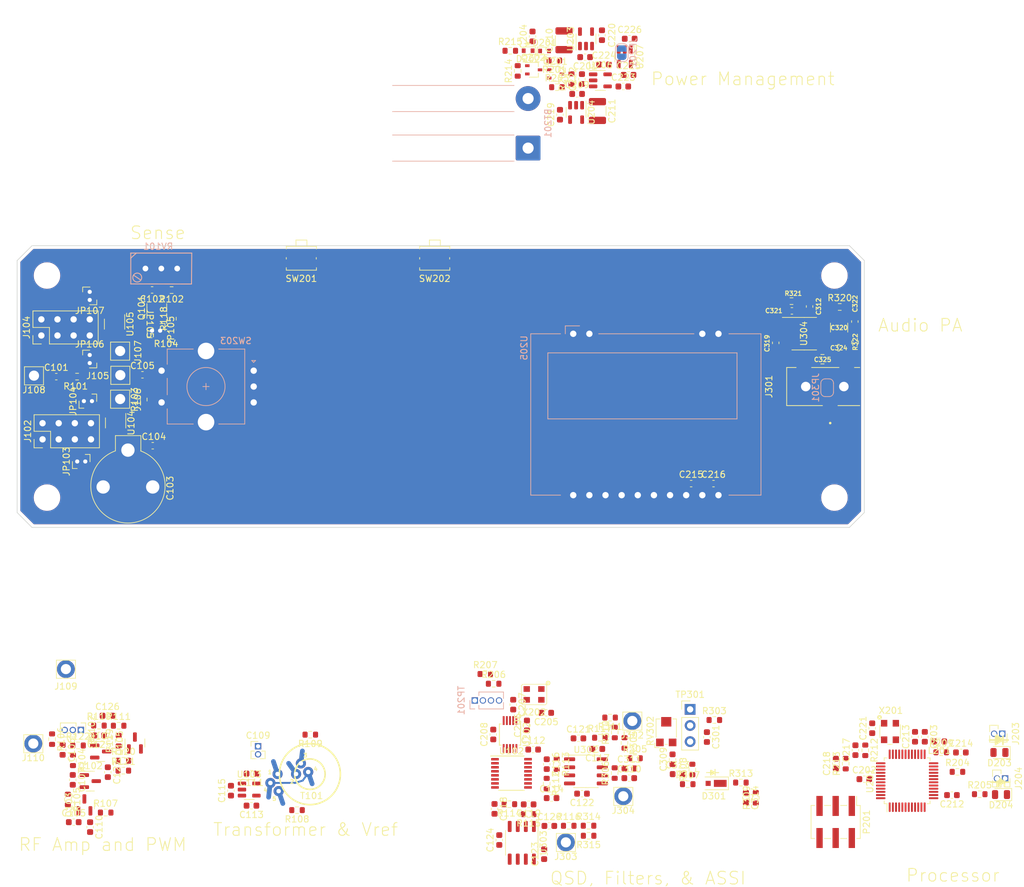
<source format=kicad_pcb>
(kicad_pcb (version 20211014) (generator pcbnew)
  (layers (0 "F.Cu" signal) (1 "In1.Cu" signal) (2 "In2.Cu" signal) (31 "B.Cu" signal) (34 "B.Paste" user) (35 "F.Paste" user) (36 "B.SilkS" user "B.Silkscreen") (37 "F.SilkS" user "F.Silkscreen") (38 "B.Mask" user) (39 "F.Mask" user) (44 "Edge.Cuts" user))
  (net 0 "")
  (net 1 "GND")
  (net 2 "+BATT")
  (net 3 "Net-(AE101-Pad1)")
  (net 4 "Net-(C101-Pad2)")
  (net 5 "Net-(C102-Pad1)")
  (net 6 "Net-(C103-Pad1)")
  (net 7 "Net-(C103-Pad2)")
  (net 8 "Net-(AE102-Pad19)")
  (net 9 "Net-(C105-Pad2)")
  (net 10 "Net-(C106-Pad1)")
  (net 11 "Net-(C107-Pad1)")
  (net 12 "+5V")
  (net 13 "Net-(C109-Pad2)")
  (net 14 "Net-(C110-Pad1)")
  (net 15 "Vref")
  (net 16 "Net-(C114-Pad1)")
  (net 17 "Net-(C116-Pad1)")
  (net 18 "Net-(C116-Pad2)")
  (net 19 "Net-(C118-Pad1)")
  (net 20 "Net-(C119-Pad1)")
  (net 21 "Net-(C119-Pad2)")
  (net 22 "Net-(C120-Pad2)")
  (net 23 "Net-(C121-Pad2)")
  (net 24 "Net-(C125-Pad2)")
  (net 25 "Net-(C126-Pad2)")
  (net 26 "+VSW")
  (net 27 "+3V3")
  (net 28 "Net-(C203-Pad2)")
  (net 29 "Headphone")
  (net 30 "Net-(C207-Pad1)")
  (net 31 "Net-(C207-Pad2)")
  (net 32 "Processor Audio")
  (net 33 "Net-(C216-Pad2)")
  (net 34 "/Processor/PF3")
  (net 35 "/Processor/PF4")
  (net 36 "Net-(C219-Pad1)")
  (net 37 "Net-(C220-Pad1)")
  (net 38 "Net-(C223-Pad1)")
  (net 39 "Net-(C224-Pad2)")
  (net 40 "Net-(C225-Pad1)")
  (net 41 "Net-(C225-Pad2)")
  (net 42 "+10V")
  (net 43 "Net-(C301-Pad2)")
  (net 44 "/Processor/PB1")
  (net 45 "Net-(C309-Pad1)")
  (net 46 "Net-(C310-Pad1)")
  (net 47 "Net-(C310-Pad2)")
  (net 48 "Net-(C312-Pad2)")
  (net 49 "Net-(C313-Pad2)")
  (net 50 "ASSI_NEAR")
  (net 51 "Net-(C319-Pad1)")
  (net 52 "Net-(C320-Pad1)")
  (net 53 "Net-(C321-Pad1)")
  (net 54 "Net-(C321-Pad2)")
  (net 55 "Net-(C324-Pad1)")
  (net 56 "Net-(C324-Pad2)")
  (net 57 "ASSI_FAR")
  (net 58 "Net-(D201-Pad2)")
  (net 59 "Headphone Detect")
  (net 60 "Net-(D203-Pad2)")
  (net 61 "Net-(D204-Pad2)")
  (net 62 "/Processor/TXD1")
  (net 63 "/Processor/RXD1")
  (net 64 "Net-(D301-Pad1)")
  (net 65 "Net-(J102-Pad2)")
  (net 66 "Net-(J102-Pad3)")
  (net 67 "Net-(J102-Pad5)")
  (net 68 "Net-(J102-Pad6)")
  (net 69 "Net-(J102-Pad7)")
  (net 70 "Net-(J102-Pad8)")
  (net 71 "Net-(J104-Pad7)")
  (net 72 "Net-(J104-Pad8)")
  (net 73 "Net-(J109-Pad1)")
  (net 74 "Net-(J301-Pad1)")
  (net 75 "Q OUT")
  (net 76 "I OUT")
  (net 77 "QSD_CLK1")
  (net 78 "QSD_CLK0")
  (net 79 "Net-(JP104-Pad1)")
  (net 80 "Net-(JP105-Pad1)")
  (net 81 "Net-(JP106-Pad1)")
  (net 82 "Net-(Q101-Pad2)")
  (net 83 "Net-(Q102-Pad2)")
  (net 84 "Net-(Q105-Pad1)")
  (net 85 "Net-(Q105-Pad3)")
  (net 86 "Power_enable")
  (net 87 "Net-(R101-Pad2)")
  (net 88 "Net-(R108-Pad1)")
  (net 89 "Net-(R108-Pad2)")
  (net 90 "Net-(R109-Pad1)")
  (net 91 "Net-(R109-Pad2)")
  (net 92 "PWM")
  (net 93 "Vbat")
  (net 94 "/Processor/PC5")
  (net 95 "/Processor/PC4")
  (net 96 "SCL0")
  (net 97 "SDA0")
  (net 98 "/Processor/DAC0")
  (net 99 "/Processor/PF2")
  (net 100 "/Processor/PF5")
  (net 101 "Net-(R303-Pad1)")
  (net 102 "Audio Q")
  (net 103 "Audio I")
  (net 104 "/Processor/PA0")
  (net 105 "/Processor/PA1")
  (net 106 "Encoder_switch")
  (net 112 "Net-(JP105-Pad2)")
  (net 113 "Cardioid_Front")
  (net 114 "Cardioid_Back")
  (net 115 "/Processor/PB0")
  (net 116 "Display_Reset")
  (net 117 "/Processor/PB5")
  (net 118 "/Processor/PC6")
  (net 119 "/Processor/PC7")
  (net 120 "/Processor/ADC5")
  (net 121 "/Processor/ADC7")
  (net 122 "/Processor/TXD4")
  (net 123 "/Processor/RXD4")
  (net 124 "/Processor/PE2")
  (net 125 "Net-(U201-Pad34)")
  (net 127 "/Processor/PF6")
  (net 128 "Net-(P201-Pad1)")
  (net 129 "5V_Enable")
  (net 141 "Net-(U303-Pad6)")
  (net 142 "/Processor/SDA1")
  (net 143 "/Processor/SCL1")
  (footprint "Capacitor_SMD:C_0603_1608Metric" (layer "F.Cu") (at 180.43 154.855 90)
    (fp_text reference "C309")
    (fp_text value "100nF")
  )
  (footprint "MountingHole:MountingHole_3.2mm_M3" (layer "F.Cu") (at 81.964 113.665)
    (fp_text reference "REF**" hide)
    (fp_text value "MountingHole_3.175mm_0.125in" hide)
  )
  (footprint "Capacitor_SMD:C_0603_1608Metric" (layer "F.Cu") (at 153.16 167.565 90)
    (fp_text reference "C124")
    (fp_text value "100nF")
  )
  (footprint "Diode_SMD:D_SOD-523" (layer "F.Cu") (at 157.7 43.32 180)
    (fp_text reference "D202")
    (fp_text value "1N914WT")
  )
  (footprint "Resistor_SMD:R_0603_1608Metric" (layer "F.Cu") (at 183.55 156.465 90)
    (fp_text reference "R308")
    (fp_text value "10k")
  )
  (footprint "Capacitor_SMD:C_0603_1608Metric" (layer "F.Cu") (at 161.39 160.965)
    (fp_text reference "C114")
    (fp_text value "47nF")
  )
  (footprint "Capacitor_SMD:C_0603_1608Metric" (layer "F.Cu") (at 173.62 157.825)
    (fp_text reference "C310")
    (fp_text value "150nF")
  )
  (footprint "Resistor_SMD:R_0603_1608Metric" (layer "F.Cu") (at 156.06 46.5 90)
    (fp_text reference "R214")
    (fp_text value "10k")
  )
  (footprint "Resistor_SMD:R_0603_1608Metric" (layer "F.Cu") (at 91.2 163.245)
    (fp_text reference "R107")
    (fp_text value "470")
  )
  (footprint "Resistor_SMD:R_0603_1608Metric" (layer "F.Cu") (at 206.75 83.66)
    (fp_text reference "R320")
    (fp_text value "10")
  )
  (footprint "Capacitor_SMD:C_0603_1608Metric" (layer "F.Cu") (at 206.14 155.535 90)
    (fp_text reference "C218")
    (fp_text value "10nF")
  )
  (footprint "Resistor_SMD:R_0603_1608Metric" (layer "F.Cu") (at 182.82 158.775)
    (fp_text reference "R307")
    (fp_text value "330k")
  )
  (footprint "Resistor_SMD:R_0603_1608Metric" (layer "F.Cu") (at 123.41 150.98 180)
    (fp_text reference "R109")
    (fp_text value "10")
  )
  (footprint "Capacitor_SMD:C_0603_1608Metric" (layer "F.Cu") (at 183.36 111.46)
    (fp_text reference "C215")
    (fp_text value "1uF")
  )
  (footprint "Connector_Pin:Pin_D1.6mm_L8.5mm_W2.8mm_FlatFork" (layer "F.Cu") (at 93.505 94.39)
    (fp_text reference "J105")
    (fp_text value "36-5005-ND")
  )
  (footprint "Package_TO_SOT_SMD:SOT-23" (layer "F.Cu") (at 90.4175 153.635)
    (fp_text reference "Q104")
    (fp_text value "MMBT2222A")
  )
  (footprint "Connector_PinHeader_1.27mm:PinHeader_1x03_P1.27mm_Vertical" (layer "F.Cu") (at 87.3 150.245 -90)
    (fp_text reference "RV102")
    (fp_text value "np")
  )
  (footprint "Capacitor_SMD:C_0603_1608Metric" (layer "F.Cu") (at 218.6 151.315 90)
    (fp_text reference "C213")
    (fp_text value "10uF")
  )
  (footprint "Capacitor_SMD:C_1210_3225Metric" (layer "F.Cu") (at 168.61 52.815 -90)
    (fp_text reference "C211")
    (fp_text value "47uF")
  )
  (footprint "Resistor_SMD:R_0603_1608Metric" (layer "F.Cu") (at 171.34 150.645 90)
    (fp_text reference "R310")
    (fp_text value "49.9k")
  )
  (footprint "Capacitor_SMD:C_0603_1608Metric" (layer "F.Cu") (at 202 83.58 -90)
    (fp_text reference "C312")
    (fp_text value "10uF")
  )
  (footprint "Capacitor_SMD:C_0603_1608Metric" (layer "F.Cu") (at 181.22 157.195)
    (fp_text reference "C313")
    (fp_text value "100nF")
  )
  (footprint "Resistor_SMD:R_0603_1608Metric" (layer "F.Cu") (at 167.22 166.895 180)
    (fp_text reference "R315")
    (fp_text value "10k")
  )
  (footprint "Capacitor_THT:VC07B" (layer "F.Cu") (at 94.705 111.9925 90)
    (fp_text reference "C103")
    (fp_text value "8.5-100pF")
  )
  (footprint "Jumper:Jumper_THT_1x02_P1.27mm_Vertical" (layer "F.Cu") (at 86.72 107.98 90)
    (fp_text reference "JP103")
    (fp_text value "Jumper_2_Bridged")
  )
  (footprint "Resistor_SMD:R_0603_1608Metric" (layer "F.Cu") (at 167.21 165.315)
    (fp_text reference "R314")
    (fp_text value "49.9k")
  )
  (footprint "Resistor_SMD:R_0603_1608Metric" (layer "F.Cu") (at 90.14 149.555)
    (fp_text reference "R110")
    (fp_text value "2.7k")
  )
  (footprint "Package_SO:MSOP-10_3x3mm_P0.5mm" (layer "F.Cu") (at 154.85 150.965 -90)
    (fp_text reference "U202")
    (fp_text value "SI5351")
  )
  (footprint "Package_SO:SO-8_3.9x4.9mm_P1.27mm" (layer "F.Cu") (at 201.16 87.86)
    (fp_text reference "U304")
    (fp_text value "LM386")
  )
  (footprint "Connector_PinHeader_2.54mm:PinHeader_1x03_P2.54mm_Vertical" (layer "F.Cu") (at 183.2 147)
    (fp_text reference "TP301")
    (fp_text value "Conn_01x03")
  )
  (footprint "Connector_Pin:Pin_D1.6mm_L8.5mm_W2.8mm_FlatFork" (layer "F.Cu") (at 79.915 94.47)
    (fp_text reference "J108")
    (fp_text value "36-5005-ND")
  )
  (footprint "Capacitor_SMD:C_0603_1608Metric" (layer "F.Cu") (at 166.18 160.265 180)
    (fp_text reference "C122")
    (fp_text value "100nF")
  )
  (footprint "Connector_Pin:Pin_D1.6mm_L8.5mm_W2.8mm_FlatFork" (layer "F.Cu") (at 84.94 140.66)
    (fp_text reference "J109")
    (fp_text value "36-5006-ND")
  )
  (footprint "Capacitor_SMD:C_0603_1608Metric" (layer "F.Cu") (at 155.35 146.255 -90)
    (fp_text reference "C207")
    (fp_text value "100nF")
  )
  (footprint "Resistor_SMD:R_0603_1608Metric" (layer "F.Cu") (at 172.87 152.285 -90)
    (fp_text reference "R304")
    (fp_text value "4.7k")
  )
  (footprint "Capacitor_SMD:C_0603_1608Metric" (layer "F.Cu") (at 91.48 148.005)
    (fp_text reference "C126")
    (fp_text value "1uF")
  )
  (footprint "Capacitor_SMD:C_0603_1608Metric" (layer "F.Cu") (at 185.84 151.36 -90)
    (fp_text reference "C301")
    (fp_text value "100nF")
  )
  (footprint "Capacitor_SMD:C_0603_1608Metric" (layer "F.Cu") (at 165.41 50.125)
    (fp_text reference "C209")
    (fp_text value "100nF")
  )
  (footprint "Capacitor_SMD:C_0603_1608Metric" (layer "F.Cu") (at 169.64 45.49)
    (fp_text reference "C224")
    (fp_text value "10uF")
  )
  (footprint "Capacitor_SMD:C_0603_1608Metric" (layer "F.Cu") (at 158.49 153.325)
    (fp_text reference "C112")
    (fp_text value "100nF")
  )
  (footprint "Resistor_SMD:R_0603_1608Metric" (layer "F.Cu") (at 93.98 156.645)
    (fp_text reference "R121")
    (fp_text value "1k")
  )
  (footprint "Capacitor_SMD:C_0603_1608Metric" (layer "F.Cu") (at 83.425 94.62)
    (fp_text reference "C101")
    (fp_text value "100pF")
  )
  (footprint "Package_TO_SOT_SMD:SOT-23-5" (layer "F.Cu") (at 113.79 159.625)
    (fp_text reference "U103")
    (fp_text value "REF4132B33")
  )
  (footprint "Capacitor_SMD:C_0603_1608Metric" (layer "F.Cu") (at 224.41 160.495 180)
    (fp_text reference "C212")
    (fp_text value "100nF")
  )
  (footprint "Capacitor_SMD:C_0603_1608Metric" (layer "F.Cu") (at 98.61 105.5 180)
    (fp_text reference "C104")
    (fp_text value "51pF")
  )
  (footprint "Jumper:Jumper_THT_1x02_P1.27mm_Vertical" (layer "F.Cu") (at 88.69 91.22)
    (fp_text reference "JP106")
    (fp_text value "Jumper_2_Bridged")
  )
  (footprint "Connector_Pin:Pin_D1.6mm_L8.5mm_W2.8mm_FlatFork" (layer "F.Cu") (at 174.1 148.825)
    (fp_text reference "J302")
    (fp_text value "36-5005-ND")
  )
  (footprint "Capacitor_SMD:C_0603_1608Metric" (layer "F.Cu") (at 209.13 85.95 90)
    (fp_text reference "C322")
    (fp_text value "100nF")
  )
  (footprint "Capacitor_SMD:C_0603_1608Metric" (layer "F.Cu") (at 152.41 162.665 -90)
    (fp_text reference "C118")
    (fp_text value "47nF")
  )
  (footprint "Resistor_SMD:R_0603_1608Metric" (layer "F.Cu") (at 86.7 94.62 180)
    (fp_text reference "R101")
    (fp_text value "100k")
  )
  (footprint "Package_SO:TSOP-6_1.65x3.05mm_P0.95mm" (layer "F.Cu") (at 92.595 86.36 -90)
    (fp_text reference "U105")
    (fp_text value "DG9422E")
  )
  (footprint "Package_SO:SO-8_3.9x4.9mm_P1.27mm" (layer "F.Cu") (at 166.8 156.755)
    (fp_text reference "U302")
    (fp_text value "TS912IDT")
  )
  (footprint "Resistor_SMD:R_0603_1608Metric" (layer "F.Cu") (at 170.6 148.295 180)
    (fp_text reference "R311")
    (fp_text value "10k")
  )
  (footprint "Resistor_SMD:R_0603_1608Metric" (layer "F.Cu") (at 93.24 149.575)
    (fp_text reference "R111")
    (fp_text value "2.7k")
  )
  (footprint "Resistor_SMD:R_0603_1608Metric" (layer "F.Cu") (at 97.19 98.23 90)
    (fp_text reference "R103")
    (fp_text value "10k")
  )
  (footprint "Capacitor_SMD:C_0603_1608Metric" (layer "F.Cu") (at 210.62 157.985)
    (fp_text reference "C202")
    (fp_text value "100nF")
  )
  (footprint "LED_SMD:LED_0805_2012Metric" (layer "F.Cu") (at 231.89 153.7875 180)
    (fp_text reference "D203")
    (fp_text value "Red LED")
  )
  (footprint "Button_Switch_SMD:SW_SPST_TL1014BF160QG" (layer "F.Cu") (at 143 76 180)
    (fp_text reference "SW202")
    (fp_text value "SW_SPST")
  )
  (footprint "Resistor_SMD:R_0603_1608Metric" (layer "F.Cu") (at 193.54 160.915 90)
    (fp_text reference "R309")
    (fp_text value "51k")
  )
  (footprint "Connector_Pin:Pin_D1.6mm_L8.5mm_W2.8mm_FlatFork" (layer "F.Cu") (at 163.64 167.935)
    (fp_text reference "J303")
    (fp_text value "36-5005-ND")
  )
  (footprint "Resistor_SMD:R_0603_1608Metric" (layer "F.Cu") (at 160.62 158.685 -90)
    (fp_text reference "R112")
    (fp_text value "49.9")
  )
  (footprint "Package_TO_SOT_SMD:SOT-23" (layer "F.Cu") (at 95.8 152.295 90)
    (fp_text reference "Q105")
    (fp_text value "MMBT2222A")
  )
  (footprint "Package_TO_SOT_SMD:SOT-23-5" (layer "F.Cu") (at 172.91 44.28 -90)
    (fp_text reference "U207")
    (fp_text value "MAX1683EUK")
  )
  (footprint "Resistor_SMD:R_0603_1608Metric" (layer "F.Cu") (at 168.99 151.465)
    (fp_text reference "R117")
    (fp_text value "100")
  )
  (footprint "Connector_PinSocket_1.27mm:PinSocket_1x02_P1.27mm_Vertical" (layer "F.Cu") (at 232.775 157.88 -90)
    (fp_text reference "J204")
    (fp_text value "Conn_01x02")
  )
  (footprint "Package_TO_SOT_SMD:SOT-23" (layer "F.Cu") (at 99.25 83.78 90)
    (fp_text reference "Q101")
    (fp_text value "MMBT2222A")
  )
  (footprint "Connector_PinHeader_2.54mm:PinHeader_2x03_P2.54mm_Vertical_SMD" (layer "F.Cu") (at 206.11 164.725 -90)
    (fp_text reference "P201")
    (fp_text value "ISP/PDI")
  )
  (footprint "Capacitor_SMD:C_0603_1608Metric" (layer "F.Cu") (at 196.67 89.31 -90)
    (fp_text reference "C319")
    (fp_text value "10nF")
  )
  (footprint "Package_SO:TSOP-6_1.65x3.05mm_P0.95mm" (layer "F.Cu") (at 92.765 101.91 -90)
    (fp_text reference "U104")
    (fp_text value "DG9422E")
  )
  (footprint "Resistor_SMD:R_0603_1608Metric" (layer "F.Cu") (at 207.69 155.545 90)
    (fp_text reference "R213")
    (fp_text value "10k")
  )
  (footprint "Capacitor_SMD:C_0603_1608Metric" (layer "F.Cu") (at 209.22 153.425 90)
    (fp_text reference "C217")
    (fp_text value "10nF")
  )
  (footprint "Resistor_SMD:R_0603_1608Metric" (layer "F.Cu") (at 154.89 43.33)
    (fp_text reference "R215")
    (fp_text value "10k")
  )
  (footprint "Capacitor_SMD:C_0603_1608Metric" (layer "F.Cu") (at 169.32 40.88 -90)
    (fp_text reference "C220")
    (fp_text value "10nF")
  )
  (footprint "Resistor_SMD:R_0603_1608Metric" (layer "F.Cu") (at 150.96 141.435)
    (fp_text reference "R207")
    (fp_text value "10k")
  )
  (footprint "Capacitor_SMD:C_0603_1608Metric" (layer "F.Cu") (at 173.51 47.13)
    (fp_text reference "C225")
    (fp_text value "10uF")
  )
  (footprint "Resistor_SMD:R_0603_1608Metric" (layer "F.Cu") (at 157.78 163.495 180)
    (fp_text reference "R115")
    (fp_text value "4.99k")
  )
  (footprint "Capacitor_SMD:C_0603_1608Metric" (layer "F.Cu") (at 199.22 84.28)
    (fp_text reference "C321")
    (fp_text value "1uF")
  )
  (footprint "Resistor_SMD:R_0603_1608Metric" (layer "F.Cu") (at 222.72 153.755)
    (fp_text reference "R209")
    (fp_text value "100")
  )
  (footprint "Crystal:Crystal_SMD_TXETCLSANF-4Pin" (layer "F.Cu") (at 158.63 144.645 180)
    (fp_text reference "X202")
    (fp_text value "25 MHz")
  )
  (footprint "Capacitor_SMD:C_0603_1608Metric" (layer "F.Cu") (at 168.6 153.225 180)
    (fp_text reference "C117")
    (fp_text value "100nF")
  )
  (footprint "MountingHole:MountingHole_3.2mm_M3" (layer "F.Cu") (at 205.9178 113.665)
    (fp_text reference "REF**" hide)
    (fp_text value "MountingHole_3.175mm_0.125in" hide)
  )
  (footprint "Package_SO:SSOP-16_3.9x4.9mm_P0.635mm" (layer "F.Cu") (at 155.08 157.065)
    (fp_text reference "U102")
    (fp_text value "QS3253QG8")
  )
  (footprint "Resistor_SMD:R_0603_1608Metric" (layer "F.Cu") (at 161.83 44.86 180)
    (fp_text reference "R201")
    (fp_text value "100k")
  )
  (footprint "Capacitor_SMD:C_0603_1608Metric" (layer "F.Cu") (at 160.63 155.625 -90)
    (fp_text reference "C116")
    (fp_text value "390pF")
  )
  (footprint "Capacitor_SMD:C_0603_1608Metric" (layer "F.Cu") (at 98.51 80.98 180)
    (fp_text reference "C102")
    (fp_text value "100nF")
  )
  (footprint "Capacitor_SMD:C_0603_1608Metric" (layer "F.Cu") (at 84.42 153.375 -90)
    (fp_text reference "C106")
    (fp_text value "10nF")
  )
  (footprint "Package_TO_SOT_SMD:SOT-23-5" (layer "F.Cu") (at 169.07 47.99)
    (fp_text reference "U206")
    (fp_text value "LP2985-5.0")
  )
  (footprint "Resistor_SMD:R_0603_1608Metric" (layer "F.Cu") (at 85.25 161.185 -90)
    (fp_text reference "R105")
    (fp_text value "10k")
  )
  (footprint "Jumper:Jumper_THT_1x02_P1.27mm_Vertical" (layer "F.Cu") (at 88.69 82.55 180)
    (fp_text reference "JP107")
    (fp_text value "Jumper_2_Bridged")
  )
  (footprint "Package_QFP:TQFP-48_7x7mm_P0.5mm" (layer "F.Cu") (at 217.36 158.235 90)
    (fp_text reference "U201")
    (fp_text value "AVR128DA48")
  )
  (footprint "Capacitor_SMD:C_0603_1608Metric" (layer "F.Cu") (at 173.68 41.44)
    (fp_text reference "C226")
    (fp_text value "10uF")
  )
  (footprint "Capacitor_SMD:C_0603_1608Metric" (layer "F.Cu") (at 206.57 90.07 180)
    (fp_text reference "C324")
    (fp_text value "100nF")
  )
  (footprint "Connector_PinSocket_1.27mm:PinSocket_1x02_P1.27mm_Vertical" (layer "F.Cu") (at 232.32 150.835 -90)
    (fp_text reference "J203")
    (fp_text value "Conn_01x02")
  )
  (footprint "Package_TO_SOT_SMD:SOT-23-5" (layer "F.Cu") (at 165.25 53.035 -90)
    (fp_text reference "U204")
    (fp_text value "LP2985-3.3")
  )
  (footprint "MountingHole:MountingHole_3.2mm_M3" (layer "F.Cu") (at 81.964 78.711)
    (fp_text reference "REF**" hide)
    (fp_text value "MountingHole_3.175mm_0.125in" hide)
  )
  (footprint "Resistor_SMD:R_0603_1608Metric" (layer "F.Cu") (at 191.19 158.525)
    (fp_text reference "R313")
    (fp_text value "1k")
  )
  (footprint "Jumper:Jumper_THT_1x02_P1.27mm_Vertical" (layer "F.Cu") (at 87.77 98.48 90)
    (fp_text reference "JP104")
    (fp_text value "Jumper_2_Bridged")
  )
  (footprint "Resistor_SMD:R_0603_1608Metric" (layer "F.Cu") (at 101.58 81 180)
    (fp_text reference "R102")
    (fp_text value "1k")
  )
  (footprint "LED_SMD:LED_0805_2012Metric" (layer "F.Cu") (at 232.135 160.41 180)
    (fp_text reference "D204")
    (fp_text value "Green LED")
  )
  (footprint "Resistor_SMD:R_0603_1608Metric" (layer "F.Cu") (at 210.77 153.445 -90)
    (fp_text reference "R212")
    (fp_text value "10k")
  )
  (footprint "Connector_Pin:Pin_D1.6mm_L8.5mm_W2.8mm_FlatFork" (layer "F.Cu") (at 93.475 90.59)
    (fp_text reference "J107")
    (fp_text value "36-5006-ND")
  )
  (footprint "Package_TO_SOT_SMD:SOT-323_SC-70" (layer "F.Cu") (at 158.57 46.33)
    (fp_text reference "Q202")
    (fp_text value "BSS138W-7-F")
  )
  (footprint "Connector_PinHeader_2.54mm:PinHeader_2x04_P2.54mm_Vertical" (layer "F.Cu") (at 81.265 104.495 90)
    (fp_text reference "J102")
    (fp_text value "Left")
  )
  (footprint "Resistor_SMD:R_0603_1608Metric" (layer "F.Cu") (at 154.75 161.925 180)
    (fp_text reference "R114")
    (fp_text value "49.9")
  )
  (footprint "Inductor_SMD:L_0603_1608Metric" (layer "F.Cu") (at 222.43 152.055 180)
    (fp_text reference "L201")
    (fp_text value "10uH")
  )
  (footprint "Resistor_SMD:R_0603_1608Metric" (layer "F.Cu") (at 228.785 160.35)
    (fp_text reference "R205")
    (fp_text value "220")
  )
  (footprint "Capacitor_SMD:C_0603_1608Metric" (layer "F.Cu") (at 166.67 44.33 180)
    (fp_text reference "C201")
    (fp_text value "100nF")
  )
  (footprint "Resistor_SMD:R_0603_1608Metric" (layer "F.Cu") (at 101.78 85.5 90)
    (fp_text reference "R118")
    (fp_text value "49.9")
  )
  (footprint "Resistor_SMD:R_0603_1608Metric" (layer "F.Cu") (at 93.25 151.935 90)
    (fp_text reference "R119")
    (fp_text value "2.7k")
  )
  (footprint "Resistor_SMD:R_0603_1608Metric" (layer "F.Cu") (at 209.16 89.23 90)
    (fp_text reference "R322")
    (fp_text value "10")
  )
  (footprint "Capacitor_SMD:C_0603_1608Metric" (layer "F.Cu") (at 158.39 41.07 90)
    (fp_text reference "C204")
    (fp_text value "10nF")
  )
  (footprint "Connector_Pin:Pin_D1.6mm_L8.5mm_W2.8mm_FlatFork" (layer "F.Cu") (at 93.475 98.15)
    (fp_text reference "J106")
    (fp_text value "36-5006-ND")
  )
  (footprint "Package_SO:SO-8_3.9x4.9mm_P1.27mm" (layer "F.Cu") (at 156.7 168.005 -90)
    (fp_text reference "U303")
    (fp_text value "TS912IDT")
  )
  (footprint "Connector_Audio:SWITCHCRAFT_35RASMT2BHSNTRX" (layer "F.Cu") (at 204.4 96.186 90)
    (fp_text reference "J301")
    (fp_text value "35RASMT2BHSNTRX")
  )
  (footprint "Resistor_SMD:R_0603_1608Metric" (layer "F.Cu") (at 86.85 152.685)
    (fp_text reference "R122")
    (fp_text value "10k")
  )
  (footprint "Capacitor_SMD:C_0603_1608Metric" (layer "F.Cu") (at 166.17 47.78 90)
    (fp_text reference "C222")
    (fp_text value "100nF")
  )
  (footprint "Connector_Pin:Pin_D1.6mm_L8.5mm_W2.8mm_FlatFork" (layer "F.Cu") (at 172.68 160.675)
    (fp_text reference "J304")
    (fp_text value "36-5006-ND")
  )
  (footprint "Package_TO_SOT_SMD:SOT-23-5" (layer "F.Cu") (at 166.81 41.45 90)
    (fp_text reference "U203")
    (fp_text value "LP2985-5.0")
  )
  (footprint "Capacitor_SMD:C_0603_1608Metric" (layer "F.Cu") (at 157.78 161.955 180)
    (fp_text reference "C119")
    (fp_text value "390pF")
  )
  (footprint "Package_TO_SOT_SMD:SOT-323_SC-70" (layer "F.Cu") (at 162.02 46.97)
    (fp_text reference "Q201")
    (fp_text value "BSS84W-7-F")
  )
  (footprint "Button_Switch_SMD:SW_SPST_TL1014BF160QG" (layer "F.Cu") (at 122 76 180)
    (fp_text reference "SW201")
    (fp_text value "SW_SPST")
  )
  (footprint "Capacitor_SMD:C_0603_1608Metric" (layer "F.Cu") (at 110.92 159.795 90)
    (fp_text reference "C115")
    (fp_text value "100nF")
  )
  (footprint "Capacitor_SMD:C_0603_1608Metric" (layer "F.Cu") (at 157.51 149.525 90)
    (fp_text reference "C206")
    (fp_text value "470nF")
  )
  (footprint "Capacitor_SMD:C_0603_1608Metric" (layer "F.Cu") (at 220.14 151.315 -90)
    (fp_text reference "C203")
    (fp_text value "100nF")
  )
  (footprint "Capacitor_SMD:C_0603_1608Metric" (layer "F.Cu") (at 162.71 53.395 90)
    (fp_text reference "C219")
    (fp_text value "10nF")
  )
  (footprint "Capacitor_SMD:C_0603_1608Metric" (layer "F.Cu") (at 96.99 94.34)
    (fp_text reference "C105")
    (fp_text value "10nF")
  )
  (footprint "Potentiometer_SMD:Potentiometer_Bourns_TC33X_Vertical" (layer "F.Cu") (at 179.44 150.405 90)
    (fp_text reference "RV302")
    (fp_text value "100k")
  )
  (footprint "Capacitor_SMD:C_0603_1608Metric" (layer "F.Cu") (at 191.98 160.905 -90)
    (fp_text reference "C314")
    (fp_text value "1uF")
  )
  (footprint "Capacitor_SMD:C_0603_1608Metric" (layer "F.Cu") (at 225.82 153.785)
    (fp_text reference "C214")
    (fp_text value "10nF")
  )
  (footprint "Capacitor_SMD:C_0603_1608Metric" (layer "F.Cu") (at 90.18 151.105 180)
    (fp_text reference "C125")
    (fp_text value "1uF")
  )
  (footprint "Capacitor_SMD:C_0603_1608Metric" (layer "F.Cu") (at 88.75 165.535 -90)
    (fp_text reference "C110")
    (fp_text value "10nF")
  )
  (footprint "Resistor_SMD:R_0603_1608Metric" (layer "F.Cu") (at 199.16 82.74 180)
    (fp_text reference "R321")
    (fp_text value "470")
  )
  (footprint "Oscillator:Oscillator_SMD_ECS_327TXO" (layer "F.Cu") (at 214.66 150.485)
    (fp_text reference "X201")
    (fp_text value "ECS-327TXO-30-TR")
  )
  (footprint "Capacitor_SMD:C_0603_1608Metric" (layer "F.Cu") (at 211.86 149.965 90)
    (fp_text reference "C221")
    (fp_text value "100nF")
  )
  (footprint "Capacitor_SMD:C_1210_3225Metric" (layer "F.Cu") (at 163.35 41.68 90)
    (fp_text reference "C210")
    (fp_text value "47uF")
  )
  (footprint "Resistor_SMD:R_0603_1608Metric" (layer "F.Cu") (at 164.09 165.325)
    (fp_text reference "R116")
    (fp_text value "100")
  )
  (footprint "Capacitor_SMD:C_0603_1608Metric" (layer "F.Cu") (at 173.63 156.295)
    (fp_text reference "C311")
    (fp_text value "4.7nF")
  )
  (footprint "Package_TO_SOT_SMD:SOT-23" (layer "F.Cu") (at 87.85 162.035 90)
    (fp_text reference "Q103")
    (fp_text value "MMBT2222A")
  )
  (footprint "Resistor_SMD:R_0603_1608Metric" (layer "F.Cu") (at 162.2 155.625 -90)
    (fp_text reference "R113")
    (fp_text value "4.99k")
  )
  (footprint "Resistor_SMD:R_0603_1608Metric" (layer "F.Cu") (at 187.01 148.675)
    (fp_text reference "R303")
    (fp_text value "10k")
  )
  (footprint "Resistor_SMD:R_0603_1608Metric" (layer "F.Cu") (at 93.99 155.085)
    (fp_text reference "R120")
    (fp_text value "10k")
  )
  (footprint "Jumper:Jumper_THT_1x02_P1.27mm_Vertical" (layer "F.Cu") (at 99.77 87.39 -90)
    (fp_text reference "JP105")
    (fp_text value "Jumper_2_Bridged")
  )
  (footprint "Capacitor_SMD:C_0805_2012Metric" (layer "F.Cu") (at 204.03 91.88)
    (fp_text reference "C325")
    (fp_text value "22uF")
  )
  (footprint "Resistor_SMD:R_0603_1608Metric" (layer "F.Cu") (at 164.52 47.78 90)
    (fp_text reference "R202")
    (fp_text value "162k")
  )
  (footprint "Resistor_SMD:R_0603_1608Metric" (layer "F.Cu") (at 152.27 142.965)
    (fp_text reference "R206")
    (fp_text value "10k")
  )
  (footprint "Capacitor_SMD:C_1210_3225Metric" (layer "F.Cu") (at 206.65 86.91 90)
    (fp_text reference "C320")
    (fp_text value "47uF")
  )
  (footprint "Resistor_SMD:R_0603_1608Metric" (layer "F.Cu") (at 82.76 151.685 -90)
    (fp_text reference "R106")
    (fp_text value "100")
  )
  (footprint "Capacitor_SMD:C_0603_1608Metric" (layer "F.Cu") (at 160.22 169.795 90)
    (fp_text reference "C123")
    (fp_text value "100nF")
  )
  (footprint "Connector_Pin:Pin_D1.6mm_L8.5mm_W2.8mm_FlatFork" (layer "F.Cu") (at 79.81 152.385)
    (fp_text reference "J110")
    (fp_text value "36-5006-ND")
  )
  (footprint "Diode_SMD:DO-219AD" (layer "F.Cu") (at 186.94 158.65 180)
    (fp_text reference "D301")
    (fp_text value "MSS1P4-M3")
  )
  (footprint "Capacitor_SMD:C_0603_1608Metric" (layer "F.Cu") (at 152.21 150.955 90)
    (fp_text reference "C208")
    (fp_text value "470nF")
  )
  (footprint "Capacitor_SMD:C_0603_1608Metric" (layer "F.Cu") (at 161.04 165.345)
    (fp_text reference "C120")
    (fp_text value "100nF")
  )
  (footprint "Capacitor_SMD:C_0603_1608Metric" (layer "F.Cu") (at 114.15 162.155 180)
    (fp_text reference "C113")
    (fp_text value "10uF")
  )
  (footprint "Package_TO_SOT_SMD:SOT-23" (layer "F.Cu") (at 88.78 158.295)
    (fp_text reference "Q102")
    (fp_text value "MMBT2222A")
  )
  (footprint "Resistor_SMD:R_0603_1608Metric" (layer "F.Cu") (at 162.23 49.06)
    (fp_text reference "R203")
    (fp_text value "12.4k")
  )
  (footprint "Capacitor_SMD:C_0603_1608Metric" (layer "F.Cu") (at 165.62 151.565)
    (fp_text reference "C121")
    (fp_text value "100nF")
  )
  (footprint "Capacitor_SMD:C_0603_1608Metric" (layer "F.Cu") (at 160.55 147.545 180)
    (fp_text reference "C205")
    (fp_text value "100nF")
  )
  (footprint "Capacitor_SMD:C_0603_1608Metric" (layer "F.Cu") (at 86.17 164.755)
    (fp_text reference "C105")
    (fp_text value "10nF")
  )
  (footprint "Capacitor_SMD:C_0603_1608Metric" (layer "F.Cu") (at 114.15 157.115 180)
    (fp_text reference "C111")
    (fp_text value "100nF")
  )
  (footprint "Oddities:FT-37_Core_3_windings_Horiz_TH" (layer "F.Cu") (at 123.37 157.175)
    (fp_text reference "T101")
    (fp_text value "Transformer_1P_SS")
  )
  (footprint "Connector_PinHeader_2.54mm:PinHeader_2x04_P2.54mm_Vertical" (layer "F.Cu") (at 81.075 88.15 90)
    (fp_text reference "J104")
    (fp_text value "Right")
  )
  (footprint "Resistor_SMD:R_0603_1608Metric" (layer "F.Cu") (at 171.32 157.025 90)
    (fp_text reference "R306")
    (fp_text value "51k")
  )
  (footprint "Resistor_SMD:R_0603_1608Metric" (layer "F.Cu") (at 225.28 156.835)
    (fp_text reference "R204")
    (fp_text value "1k")
  )
  (footprint "MountingHole:MountingHole_3.2mm_M3" (layer "F.Cu") (at 205.9178 78.711)
    (fp_text reference "REF**" hide)
    (fp_text value "MountingHole_3.175mm_0.125in" hide)
  )
  (footprint "Diode_SMD:D_SOD-523" (layer "F.Cu") (at 160.29 43.36)
    (fp_text reference "D201")
    (fp_text value "1N914WT")
  )
  (footprint "Resistor_SMD:R_0603_1608Metric" (layer "F.Cu") (at 121.32 162.86 180)
    (fp_text reference "R108")
    (fp_text value "10")
  )
  (footprint "Capacitor_SMD:C_0603_1608Metric" (layer "F.Cu") (at 91.54 156.885 -90)
    (fp_text reference "C127")
    (fp_text value "100nF")
  )
  (footprint "Capacitor_SMD:C_0603_1608Metric" (layer "F.Cu") (at 172.68 48.95)
    (fp_text reference "C223")
    (fp_text value "10nF")
  )
  (footprint "Resistor_SMD:R_0603_1608Metric" (layer "F.Cu") (at 86.05 155.025 -90)
    (fp_text reference "R104")
    (fp_text value "22k")
  )
  (footprint "Capacitor_SMD:C_0603_1608Metric" (layer "F.Cu") (at 86.02 158.095 -90)
    (fp_text reference "C107")
    (fp_text value "10nF")
  )
  (footprint "Resistor_SMD:R_0603_1608Metric" (layer "F.Cu") (at 174.52 154.695)
    (fp_text reference "R305")
    (fp_text value "7.5k")
  )
  (footprint "Connector_PinHeader_1.27mm:PinHeader_1x02_P1.27mm_Vertical" (layer "F.Cu") (at 115.19 152.805)
    (fp_text reference "C109")
    (fp_text value "2pF")
  )
  (footprint "Capacitor_SMD:C_0603_1608Metric" (layer "F.Cu") (at 186.88 111.46)
    (fp_text reference "C216")
    (fp_text value "1uF")
  )
  (footprint "Jumper:SolderJumper-2_P1.3mm_Open_RoundedPad1.0x1.5mm" (layer "B.Cu") (at 172.44 43.63 90)
    (fp_text reference "JP201")
    (fp_text value "SolderJumper_2_Open")
  )
  (footprint "Rotary_Encoder:RotaryEncoder_Bourns_PEC12R-Switch_Vertical_CircularMountingHoles" (layer "B.Cu") (at 107 96.186 180)
    (fp_text reference "SW203")
    (fp_text value "PEC12R-4225F-S0024")
  )
  (footprint "Display:EA_DOGS104X-A" (layer "B.Cu") (at 164.8 87.88 -90)
    (fp_text reference "U205")
    (fp_text value "EA_DOGS104W-A")
  )
  (footprint "Connector_PinSocket_1.27mm:PinSocket_1x04_P1.27mm_Vertical" (layer "B.Cu") (at 149.31 145.6 -90)
    (fp_text reference "TP201")
    (fp_text value "I2C1")
  )
  (footprint "Potentiometer_THT:Bourns_PV36W_Multiturn_Pot" (layer "B.Cu") (at 99.96 77.6075 -90)
    (fp_text reference "RV101")
    (fp_text value "10k 10T")
  )
  (footprint "Connector_Wire:SolderWire-1sqmm_1x02_P7.8mm_D1.4mm_OD3.9mm_Relief" (layer "B.Cu") (at 157.695 58.65 90)
    (fp_text reference "BT201")
    (fp_text value "+7.4V 2S Battery")
  )
  (footprint "Jumper:SolderJumper-2_P1.3mm_Open_RoundedPad1.0x1.5mm" (layer "B.Cu") (at 204.77 96.37 -90)
    (fp_text reference "JP301")
    (fp_text value "SolderJumper_2_Open")
  )
  (gr_line locked (start 77.265 76.35) (end 79.61 74.012) (layer "Edge.Cuts") (width 0.1))
  (gr_line locked (start 208.2675 118.36) (end 210.615 116.021) (layer "Edge.Cuts") (width 0.1))
  (gr_line locked (start 79.599 118.36) (end 208.2675 118.36) (layer "Edge.Cuts") (width 0.1))
  (gr_line locked (start 79.599 118.36) (end 77.265 116.0175) (layer "Edge.Cuts") (width 0.1))
  (gr_line locked (start 77.265 76.35) (end 77.265 116.0175) (layer "Edge.Cuts") (width 0.1))
  (gr_line locked (start 210.615 76.35125) (end 208.283 74.012) (layer "Edge.Cuts") (width 0.1))
  (gr_line locked (start 210.615 76.35125) (end 210.615 116.021) (layer "Edge.Cuts") (width 0.1))
  (gr_line locked (start 79.61 74.012) (end 208.283 74.012) (layer "Edge.Cuts") (width 0.1))
  (gr_text "Transformer & Vref" (at 122.67 165.91) (layer "F.SilkS") (effects (font (size 2 2))))
  (gr_text "JP105" (at 98.165 86.29 270) (layer "F.SilkS") (effects (font (size 1 1))))
  (gr_text "Audio PA" (at 219.44 86.54) (layer "F.SilkS") (effects (font (size 2 2))))
  (gr_text "Power Management" (at 191.5 47.75) (layer "F.SilkS") (effects (font (size 2 2))))
  (gr_text "QSD, Filters, & ASSI" (at 176.56 173.57) (layer "F.SilkS") (effects (font (size 2 2))))
  (gr_text "RF Amp and PWM" (at 90.73 168.28) (layer "F.SilkS") (effects (font (size 2 2))))
  (gr_text "Processor" (at 224.56 173.12) (layer "F.SilkS") (effects (font (size 2 2))))
  (gr_text "R104" (at 100.705 89.45) (layer "F.SilkS") (effects (font (size 1 1))))
  (gr_text "Sense" (at 99.41 71.98) (layer "F.SilkS") (effects (font (size 2 2))))
  (zone locked (net 70) (net_name "Net-(J102-Pad8)") (layer "F.Cu") (connect_pads (clearance 0.508)) (min_thickness 0.254) (fill yes (thermal_gap 0.508) (thermal_bridge_width 0.508))
    (polygon (pts (xy 210.24 115.69) (xy 208.01 117.92) (xy 80.01 117.98) (xy 77.69 115.66) (xy 77.68 76.65) (xy 79.99 74.38) (xy 208 74.37) (xy 210.25 76.61)))
  )
  (zone locked (net 70) (net_name "Net-(J102-Pad8)") (layer "B.Cu") (connect_pads (clearance 0.508)) (min_thickness 0.254) (fill yes (thermal_gap 0.508) (thermal_bridge_width 0.508))
    (polygon (pts (xy 210.24 115.69) (xy 208.01 117.92) (xy 80.01 117.98) (xy 77.69 115.66) (xy 77.68 76.65) (xy 79.99 74.38) (xy 208 74.37) (xy 210.25 76.61)))
  )
)
</source>
